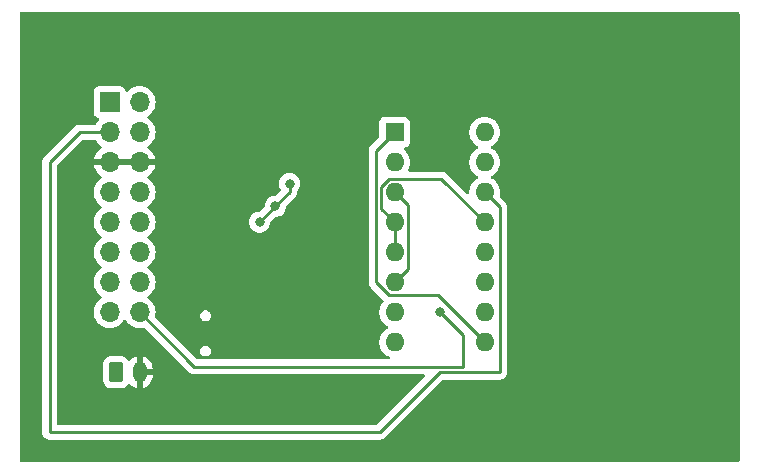
<source format=gbr>
%TF.GenerationSoftware,KiCad,Pcbnew,(7.0.0)*%
%TF.CreationDate,2024-03-24T20:48:37+02:00*%
%TF.ProjectId,p0wer EE3088,70307765-7220-4454-9533-3038382e6b69,rev?*%
%TF.SameCoordinates,Original*%
%TF.FileFunction,Copper,L2,Bot*%
%TF.FilePolarity,Positive*%
%FSLAX46Y46*%
G04 Gerber Fmt 4.6, Leading zero omitted, Abs format (unit mm)*
G04 Created by KiCad (PCBNEW (7.0.0)) date 2024-03-24 20:48:37*
%MOMM*%
%LPD*%
G01*
G04 APERTURE LIST*
G04 Aperture macros list*
%AMRoundRect*
0 Rectangle with rounded corners*
0 $1 Rounding radius*
0 $2 $3 $4 $5 $6 $7 $8 $9 X,Y pos of 4 corners*
0 Add a 4 corners polygon primitive as box body*
4,1,4,$2,$3,$4,$5,$6,$7,$8,$9,$2,$3,0*
0 Add four circle primitives for the rounded corners*
1,1,$1+$1,$2,$3*
1,1,$1+$1,$4,$5*
1,1,$1+$1,$6,$7*
1,1,$1+$1,$8,$9*
0 Add four rect primitives between the rounded corners*
20,1,$1+$1,$2,$3,$4,$5,0*
20,1,$1+$1,$4,$5,$6,$7,0*
20,1,$1+$1,$6,$7,$8,$9,0*
20,1,$1+$1,$8,$9,$2,$3,0*%
G04 Aperture macros list end*
%TA.AperFunction,ComponentPad*%
%ADD10R,1.600000X1.600000*%
%TD*%
%TA.AperFunction,ComponentPad*%
%ADD11O,1.600000X1.600000*%
%TD*%
%TA.AperFunction,ComponentPad*%
%ADD12R,1.700000X1.700000*%
%TD*%
%TA.AperFunction,ComponentPad*%
%ADD13O,1.700000X1.700000*%
%TD*%
%TA.AperFunction,ComponentPad*%
%ADD14RoundRect,0.250000X-0.350000X-0.625000X0.350000X-0.625000X0.350000X0.625000X-0.350000X0.625000X0*%
%TD*%
%TA.AperFunction,ComponentPad*%
%ADD15O,1.200000X1.750000*%
%TD*%
%TA.AperFunction,ViaPad*%
%ADD16C,0.800000*%
%TD*%
%TA.AperFunction,Conductor*%
%ADD17C,0.250000*%
%TD*%
G04 APERTURE END LIST*
D10*
%TO.P,U2,1,EN1\u002C2*%
%TO.N,3V3*%
X133359999Y-60959999D03*
D11*
%TO.P,U2,2,1A*%
%TO.N,/PC6-9_PWM1*%
X133359999Y-63499999D03*
%TO.P,U2,3,1Y*%
%TO.N,/Motor2_A*%
X133359999Y-66039999D03*
%TO.P,U2,4,GND*%
%TO.N,MGND*%
X133359999Y-68579999D03*
%TO.P,U2,5,GND*%
X133359999Y-71119999D03*
%TO.P,U2,6,2Y*%
%TO.N,/Motor2_A*%
X133359999Y-73659999D03*
%TO.P,U2,7,2A*%
%TO.N,/PC6-9_PWM2*%
X133359999Y-76199999D03*
%TO.P,U2,8,VCC2*%
%TO.N,VCC*%
X133359999Y-78739999D03*
%TO.P,U2,9,EN3\u002C4*%
%TO.N,3V3*%
X140979999Y-78739999D03*
%TO.P,U2,10,3A*%
%TO.N,/PC6-9_PWM3*%
X140979999Y-76199999D03*
%TO.P,U2,11,3Y*%
%TO.N,/Motor2_B*%
X140979999Y-73659999D03*
%TO.P,U2,12,GND*%
%TO.N,MGND*%
X140979999Y-71119999D03*
%TO.P,U2,13,GND*%
X140979999Y-68579999D03*
%TO.P,U2,14,4Y*%
%TO.N,/Motor2_B*%
X140979999Y-66039999D03*
%TO.P,U2,15,4A*%
%TO.N,/PC6-9_PWM4*%
X140979999Y-63499999D03*
%TO.P,U2,16,VCC1*%
%TO.N,VCC*%
X140979999Y-60959999D03*
%TD*%
D12*
%TO.P,J2,1,Pin_1*%
%TO.N,/Motor2_A*%
X109219999Y-58419999D03*
D13*
%TO.P,J2,2,Pin_2*%
%TO.N,/PC6-9_PWM1*%
X111759999Y-58419999D03*
%TO.P,J2,3,Pin_3*%
%TO.N,/Motor2_B*%
X109219999Y-60959999D03*
%TO.P,J2,4,Pin_4*%
%TO.N,/PC6-9_PWM2*%
X111759999Y-60959999D03*
%TO.P,J2,5,Pin_5*%
%TO.N,GND*%
X109219999Y-63499999D03*
%TO.P,J2,6,Pin_6*%
X111759999Y-63499999D03*
%TO.P,J2,7,Pin_7*%
%TO.N,/BATT*%
X109219999Y-66039999D03*
%TO.P,J2,8,Pin_8*%
X111759999Y-66039999D03*
%TO.P,J2,9,Pin_9*%
%TO.N,/PD7*%
X109219999Y-68579999D03*
%TO.P,J2,10,Pin_10*%
%TO.N,/BATT_ADC*%
X111759999Y-68579999D03*
%TO.P,J2,11,Pin_11*%
%TO.N,VCC*%
X109219999Y-71119999D03*
%TO.P,J2,12,Pin_12*%
X111759999Y-71119999D03*
%TO.P,J2,13,Pin_13*%
%TO.N,/Motor1_A*%
X109219999Y-73659999D03*
%TO.P,J2,14,Pin_14*%
%TO.N,/PC6-9_PWM3*%
X111759999Y-73659999D03*
%TO.P,J2,15,Pin_15*%
%TO.N,/Motor1_B*%
X109219999Y-76199999D03*
%TO.P,J2,16,Pin_16*%
%TO.N,/PC6-9_PWM4*%
X111759999Y-76199999D03*
%TD*%
D14*
%TO.P,J1,1,Pin_1*%
%TO.N,Net-(J1-Pin_1)*%
X109760000Y-81280000D03*
D15*
%TO.P,J1,2,Pin_2*%
%TO.N,GND*%
X111759999Y-81279999D03*
%TD*%
D16*
%TO.N,/PC6-9_PWM4*%
X137160000Y-76200000D03*
%TO.N,3V3*%
X121920000Y-68580000D03*
X123269800Y-67230200D03*
X124460000Y-65315500D03*
%TD*%
D17*
%TO.N,3V3*%
X131785000Y-62535000D02*
X133360000Y-60960000D01*
X131785000Y-73675991D02*
X131785000Y-62535000D01*
X137025000Y-74785000D02*
X132894009Y-74785000D01*
X132894009Y-74785000D02*
X131785000Y-73675991D01*
X140980000Y-78740000D02*
X137025000Y-74785000D01*
X124460000Y-66040000D02*
X123269800Y-67230200D01*
X124460000Y-65315500D02*
X124460000Y-66040000D01*
%TO.N,/PC6-9_PWM4*%
X139115000Y-78155000D02*
X137160000Y-76200000D01*
X116390000Y-80830000D02*
X139115000Y-80830000D01*
X139115000Y-80830000D02*
X139115000Y-78155000D01*
X111760000Y-76200000D02*
X116390000Y-80830000D01*
%TO.N,3V3*%
X121920000Y-68580000D02*
X123269800Y-67230200D01*
%TO.N,MGND*%
X132235000Y-65574009D02*
X132235000Y-67455000D01*
X132894009Y-64915000D02*
X132235000Y-65574009D01*
X132235000Y-67455000D02*
X133360000Y-68580000D01*
X140980000Y-68580000D02*
X137315000Y-64915000D01*
X137315000Y-64915000D02*
X132894009Y-64915000D01*
X133360000Y-68580000D02*
X133360000Y-71120000D01*
%TO.N,/Motor2_A*%
X134485000Y-72535000D02*
X133360000Y-73660000D01*
X134485000Y-67165000D02*
X134485000Y-72535000D01*
X133360000Y-66040000D02*
X134485000Y-67165000D01*
%TO.N,/Motor2_B*%
X106680000Y-60960000D02*
X109220000Y-60960000D01*
X104140000Y-63500000D02*
X106680000Y-60960000D01*
X104140000Y-86360000D02*
X104140000Y-63500000D01*
X132080000Y-86360000D02*
X104140000Y-86360000D01*
X137160000Y-81280000D02*
X132080000Y-86360000D01*
X142240000Y-67300000D02*
X142240000Y-81280000D01*
X142240000Y-81280000D02*
X137160000Y-81280000D01*
X140980000Y-66040000D02*
X142240000Y-67300000D01*
%TD*%
%TA.AperFunction,Conductor*%
%TO.N,GND*%
G36*
X162497500Y-50817113D02*
G01*
X162542887Y-50862500D01*
X162559500Y-50924500D01*
X162559500Y-88775500D01*
X162542887Y-88837500D01*
X162497500Y-88882887D01*
X162435500Y-88899500D01*
X101724500Y-88899500D01*
X101662500Y-88882887D01*
X101617113Y-88837500D01*
X101600500Y-88775500D01*
X101600500Y-63480196D01*
X103509840Y-63480196D01*
X103510574Y-63487961D01*
X103510574Y-63487964D01*
X103513950Y-63523676D01*
X103514500Y-63535345D01*
X103514500Y-86289151D01*
X103512304Y-86312386D01*
X103512233Y-86312753D01*
X103512232Y-86312760D01*
X103510773Y-86320412D01*
X103511262Y-86328189D01*
X103511262Y-86328195D01*
X103514255Y-86375759D01*
X103514500Y-86383545D01*
X103514500Y-86399350D01*
X103514987Y-86403207D01*
X103514988Y-86403220D01*
X103516481Y-86415037D01*
X103517213Y-86422787D01*
X103520696Y-86478138D01*
X103523105Y-86485553D01*
X103523107Y-86485563D01*
X103523223Y-86485919D01*
X103528308Y-86508666D01*
X103528356Y-86509046D01*
X103528358Y-86509055D01*
X103529336Y-86516792D01*
X103532205Y-86524040D01*
X103532206Y-86524041D01*
X103549753Y-86568360D01*
X103552390Y-86575685D01*
X103567122Y-86621022D01*
X103569533Y-86628441D01*
X103573708Y-86635021D01*
X103573710Y-86635024D01*
X103573910Y-86635338D01*
X103584500Y-86656122D01*
X103584641Y-86656479D01*
X103584644Y-86656485D01*
X103587514Y-86663732D01*
X103620132Y-86708627D01*
X103624498Y-86715053D01*
X103654214Y-86761877D01*
X103659902Y-86767218D01*
X103659907Y-86767224D01*
X103660165Y-86767466D01*
X103675603Y-86784976D01*
X103680406Y-86791587D01*
X103686411Y-86796554D01*
X103686415Y-86796559D01*
X103723146Y-86826946D01*
X103728988Y-86832096D01*
X103769418Y-86870062D01*
X103776586Y-86874002D01*
X103795882Y-86887116D01*
X103802177Y-86892324D01*
X103809236Y-86895646D01*
X103809243Y-86895650D01*
X103852363Y-86915941D01*
X103859303Y-86919477D01*
X103894122Y-86938618D01*
X103907908Y-86946197D01*
X103915811Y-86948226D01*
X103937784Y-86956137D01*
X103938113Y-86956292D01*
X103938118Y-86956293D01*
X103945174Y-86959614D01*
X103999666Y-86970008D01*
X104007263Y-86971707D01*
X104060981Y-86985500D01*
X104069151Y-86985500D01*
X104092386Y-86987696D01*
X104100412Y-86989227D01*
X104155758Y-86985745D01*
X104163545Y-86985500D01*
X132002225Y-86985500D01*
X132013280Y-86986021D01*
X132020667Y-86987673D01*
X132087872Y-86985561D01*
X132091768Y-86985500D01*
X132115448Y-86985500D01*
X132119350Y-86985500D01*
X132123313Y-86984999D01*
X132134963Y-86984080D01*
X132178627Y-86982709D01*
X132197861Y-86977119D01*
X132216917Y-86973174D01*
X132236792Y-86970664D01*
X132277395Y-86954587D01*
X132288450Y-86950802D01*
X132330390Y-86938618D01*
X132347629Y-86928422D01*
X132365103Y-86919862D01*
X132376474Y-86915360D01*
X132376476Y-86915358D01*
X132383732Y-86912486D01*
X132419069Y-86886811D01*
X132428824Y-86880403D01*
X132466420Y-86858170D01*
X132480584Y-86844005D01*
X132495379Y-86831368D01*
X132511587Y-86819594D01*
X132539428Y-86785938D01*
X132547279Y-86777309D01*
X137382771Y-81941819D01*
X137423000Y-81914939D01*
X137470453Y-81905500D01*
X142169151Y-81905500D01*
X142192386Y-81907696D01*
X142200412Y-81909227D01*
X142255758Y-81905745D01*
X142263545Y-81905500D01*
X142275458Y-81905500D01*
X142279350Y-81905500D01*
X142295042Y-81903517D01*
X142302769Y-81902786D01*
X142358138Y-81899304D01*
X142365898Y-81896782D01*
X142388687Y-81891688D01*
X142388805Y-81891672D01*
X142396792Y-81890664D01*
X142404046Y-81887791D01*
X142404049Y-81887791D01*
X142448377Y-81870240D01*
X142455700Y-81867603D01*
X142508441Y-81850467D01*
X142515329Y-81846094D01*
X142536133Y-81835494D01*
X142543732Y-81832486D01*
X142588631Y-81799864D01*
X142595026Y-81795517D01*
X142641877Y-81765786D01*
X142647458Y-81759841D01*
X142664983Y-81744391D01*
X142671587Y-81739594D01*
X142706941Y-81696857D01*
X142712078Y-81691029D01*
X142750062Y-81650582D01*
X142753996Y-81643426D01*
X142767122Y-81624109D01*
X142772324Y-81617823D01*
X142795948Y-81567618D01*
X142799460Y-81560724D01*
X142826197Y-81512092D01*
X142828226Y-81504185D01*
X142836139Y-81482209D01*
X142839614Y-81474826D01*
X142850010Y-81420325D01*
X142851698Y-81412768D01*
X142865500Y-81359019D01*
X142865500Y-81350849D01*
X142867696Y-81327614D01*
X142867766Y-81327246D01*
X142869227Y-81319588D01*
X142865745Y-81264241D01*
X142865500Y-81256455D01*
X142865500Y-67377772D01*
X142866020Y-67366719D01*
X142867672Y-67359333D01*
X142865561Y-67292145D01*
X142865500Y-67288251D01*
X142865500Y-67264545D01*
X142865500Y-67260650D01*
X142864998Y-67256681D01*
X142864080Y-67245024D01*
X142864009Y-67242771D01*
X142862709Y-67201373D01*
X142857120Y-67182140D01*
X142853174Y-67163083D01*
X142851641Y-67150944D01*
X142850664Y-67143208D01*
X142834582Y-67102591D01*
X142830803Y-67091551D01*
X142820795Y-67057102D01*
X142820793Y-67057099D01*
X142818618Y-67049610D01*
X142808417Y-67032360D01*
X142799863Y-67014901D01*
X142792486Y-66996268D01*
X142766808Y-66960925D01*
X142760401Y-66951171D01*
X142742142Y-66920296D01*
X142742141Y-66920294D01*
X142738170Y-66913580D01*
X142724004Y-66899414D01*
X142711370Y-66884622D01*
X142699594Y-66868413D01*
X142693583Y-66863440D01*
X142693581Y-66863438D01*
X142665941Y-66840573D01*
X142657300Y-66832710D01*
X142279413Y-66454822D01*
X142247319Y-66399234D01*
X142247319Y-66335047D01*
X142248390Y-66331052D01*
X142265635Y-66266692D01*
X142285468Y-66040000D01*
X142265635Y-65813308D01*
X142206739Y-65593504D01*
X142110568Y-65387266D01*
X141980047Y-65200861D01*
X141819139Y-65039953D01*
X141686696Y-64947216D01*
X141637173Y-64912540D01*
X141637171Y-64912539D01*
X141632734Y-64909432D01*
X141574724Y-64882381D01*
X141522549Y-64836625D01*
X141503130Y-64770000D01*
X141522549Y-64703375D01*
X141574725Y-64657618D01*
X141632734Y-64630568D01*
X141819139Y-64500047D01*
X141980047Y-64339139D01*
X142110568Y-64152734D01*
X142206739Y-63946496D01*
X142265635Y-63726692D01*
X142285468Y-63500000D01*
X142265635Y-63273308D01*
X142215320Y-63085529D01*
X142208141Y-63058736D01*
X142208140Y-63058734D01*
X142206739Y-63053504D01*
X142110568Y-62847266D01*
X141980047Y-62660861D01*
X141819139Y-62499953D01*
X141632734Y-62369432D01*
X141574724Y-62342381D01*
X141522549Y-62296625D01*
X141503130Y-62230000D01*
X141522549Y-62163375D01*
X141574725Y-62117618D01*
X141632734Y-62090568D01*
X141819139Y-61960047D01*
X141980047Y-61799139D01*
X142110568Y-61612734D01*
X142206739Y-61406496D01*
X142265635Y-61186692D01*
X142285468Y-60960000D01*
X142265635Y-60733308D01*
X142206739Y-60513504D01*
X142110568Y-60307266D01*
X141980047Y-60120861D01*
X141819139Y-59959953D01*
X141632734Y-59829432D01*
X141489864Y-59762810D01*
X141431405Y-59735550D01*
X141431403Y-59735549D01*
X141426496Y-59733261D01*
X141421271Y-59731861D01*
X141421263Y-59731858D01*
X141211916Y-59675764D01*
X141211907Y-59675762D01*
X141206692Y-59674365D01*
X141201304Y-59673893D01*
X141201301Y-59673893D01*
X140985395Y-59655004D01*
X140980000Y-59654532D01*
X140974605Y-59655004D01*
X140758698Y-59673893D01*
X140758693Y-59673893D01*
X140753308Y-59674365D01*
X140748094Y-59675762D01*
X140748083Y-59675764D01*
X140538736Y-59731858D01*
X140538724Y-59731862D01*
X140533504Y-59733261D01*
X140528599Y-59735547D01*
X140528594Y-59735550D01*
X140332176Y-59827142D01*
X140332172Y-59827144D01*
X140327266Y-59829432D01*
X140322833Y-59832535D01*
X140322826Y-59832540D01*
X140145296Y-59956847D01*
X140145291Y-59956850D01*
X140140861Y-59959953D01*
X140137037Y-59963776D01*
X140137031Y-59963782D01*
X139983782Y-60117031D01*
X139983776Y-60117037D01*
X139979953Y-60120861D01*
X139976850Y-60125291D01*
X139976847Y-60125296D01*
X139852540Y-60302826D01*
X139852535Y-60302833D01*
X139849432Y-60307266D01*
X139847144Y-60312172D01*
X139847142Y-60312176D01*
X139755550Y-60508594D01*
X139755547Y-60508599D01*
X139753261Y-60513504D01*
X139751862Y-60518724D01*
X139751858Y-60518736D01*
X139695764Y-60728083D01*
X139695762Y-60728094D01*
X139694365Y-60733308D01*
X139674532Y-60960000D01*
X139694365Y-61186692D01*
X139695762Y-61191907D01*
X139695764Y-61191916D01*
X139751858Y-61401263D01*
X139751861Y-61401271D01*
X139753261Y-61406496D01*
X139849432Y-61612734D01*
X139852539Y-61617171D01*
X139852540Y-61617173D01*
X139870105Y-61642259D01*
X139979953Y-61799139D01*
X140140861Y-61960047D01*
X140327266Y-62090568D01*
X140332172Y-62092855D01*
X140332176Y-62092858D01*
X140385274Y-62117618D01*
X140437450Y-62163375D01*
X140456869Y-62230000D01*
X140437450Y-62296625D01*
X140385274Y-62342382D01*
X140332176Y-62367141D01*
X140332163Y-62367148D01*
X140327266Y-62369432D01*
X140322833Y-62372535D01*
X140322826Y-62372540D01*
X140145296Y-62496847D01*
X140145291Y-62496850D01*
X140140861Y-62499953D01*
X140137037Y-62503776D01*
X140137031Y-62503782D01*
X139983782Y-62657031D01*
X139983776Y-62657037D01*
X139979953Y-62660861D01*
X139976850Y-62665291D01*
X139976847Y-62665296D01*
X139852540Y-62842826D01*
X139852535Y-62842833D01*
X139849432Y-62847266D01*
X139847144Y-62852172D01*
X139847142Y-62852176D01*
X139755550Y-63048594D01*
X139755547Y-63048599D01*
X139753261Y-63053504D01*
X139751862Y-63058724D01*
X139751858Y-63058736D01*
X139695764Y-63268083D01*
X139695762Y-63268094D01*
X139694365Y-63273308D01*
X139674532Y-63500000D01*
X139694365Y-63726692D01*
X139695762Y-63731907D01*
X139695764Y-63731916D01*
X139751858Y-63941263D01*
X139751861Y-63941271D01*
X139753261Y-63946496D01*
X139849432Y-64152734D01*
X139979953Y-64339139D01*
X140140861Y-64500047D01*
X140327266Y-64630568D01*
X140332172Y-64632855D01*
X140332176Y-64632858D01*
X140385274Y-64657618D01*
X140437450Y-64703375D01*
X140456869Y-64770000D01*
X140437450Y-64836625D01*
X140385274Y-64882382D01*
X140332176Y-64907141D01*
X140332163Y-64907148D01*
X140327266Y-64909432D01*
X140322833Y-64912535D01*
X140322826Y-64912540D01*
X140145296Y-65036847D01*
X140145291Y-65036850D01*
X140140861Y-65039953D01*
X140137037Y-65043776D01*
X140137031Y-65043782D01*
X139983782Y-65197031D01*
X139983776Y-65197037D01*
X139979953Y-65200861D01*
X139976850Y-65205291D01*
X139976847Y-65205296D01*
X139852540Y-65382826D01*
X139852535Y-65382833D01*
X139849432Y-65387266D01*
X139847144Y-65392172D01*
X139847142Y-65392176D01*
X139755550Y-65588594D01*
X139755547Y-65588599D01*
X139753261Y-65593504D01*
X139751862Y-65598724D01*
X139751858Y-65598736D01*
X139695764Y-65808083D01*
X139695762Y-65808094D01*
X139694365Y-65813308D01*
X139693893Y-65818693D01*
X139693893Y-65818698D01*
X139687198Y-65895228D01*
X139674532Y-66040000D01*
X139675004Y-66045395D01*
X139675004Y-66045397D01*
X139678390Y-66084104D01*
X139669004Y-66143362D01*
X139632897Y-66191277D01*
X139578522Y-66216632D01*
X139518608Y-66213492D01*
X139467181Y-66182591D01*
X138691626Y-65407036D01*
X137812286Y-64527695D01*
X137804842Y-64519514D01*
X137800786Y-64513123D01*
X137751775Y-64467098D01*
X137748978Y-64464387D01*
X137732227Y-64447636D01*
X137729471Y-64444880D01*
X137726290Y-64442412D01*
X137717414Y-64434830D01*
X137691269Y-64410278D01*
X137691267Y-64410276D01*
X137685582Y-64404938D01*
X137678749Y-64401182D01*
X137678743Y-64401177D01*
X137668025Y-64395285D01*
X137651766Y-64384606D01*
X137642095Y-64377104D01*
X137642092Y-64377102D01*
X137635936Y-64372327D01*
X137628779Y-64369229D01*
X137628776Y-64369228D01*
X137595849Y-64354978D01*
X137585363Y-64349841D01*
X137553932Y-64332562D01*
X137553923Y-64332558D01*
X137547092Y-64328803D01*
X137539535Y-64326862D01*
X137539531Y-64326861D01*
X137527688Y-64323820D01*
X137509284Y-64317519D01*
X137498057Y-64312660D01*
X137498050Y-64312658D01*
X137490896Y-64309562D01*
X137483192Y-64308341D01*
X137483190Y-64308341D01*
X137447759Y-64302729D01*
X137436324Y-64300361D01*
X137401571Y-64291438D01*
X137401563Y-64291437D01*
X137394019Y-64289500D01*
X137386223Y-64289500D01*
X137373983Y-64289500D01*
X137354597Y-64287974D01*
X137334804Y-64284840D01*
X137327038Y-64285574D01*
X137327035Y-64285574D01*
X137291324Y-64288950D01*
X137279655Y-64289500D01*
X134621434Y-64289500D01*
X134561791Y-64274214D01*
X134516853Y-64232125D01*
X134497699Y-64173610D01*
X134509052Y-64113095D01*
X134576526Y-63968397D01*
X134586739Y-63946496D01*
X134645635Y-63726692D01*
X134665468Y-63500000D01*
X134645635Y-63273308D01*
X134595320Y-63085529D01*
X134588141Y-63058736D01*
X134588140Y-63058734D01*
X134586739Y-63053504D01*
X134490568Y-62847266D01*
X134360047Y-62660861D01*
X134199139Y-62499953D01*
X134174535Y-62482725D01*
X134135398Y-62437883D01*
X134121665Y-62379969D01*
X134136499Y-62322328D01*
X134176485Y-62278239D01*
X134232406Y-62257861D01*
X134267483Y-62254091D01*
X134402331Y-62203796D01*
X134517546Y-62117546D01*
X134603796Y-62002331D01*
X134654091Y-61867483D01*
X134660500Y-61807873D01*
X134660499Y-60112128D01*
X134654091Y-60052517D01*
X134603796Y-59917669D01*
X134517546Y-59802454D01*
X134443812Y-59747257D01*
X134409431Y-59721519D01*
X134409430Y-59721518D01*
X134402331Y-59716204D01*
X134290155Y-59674365D01*
X134274752Y-59668620D01*
X134274750Y-59668619D01*
X134267483Y-59665909D01*
X134259770Y-59665079D01*
X134259767Y-59665079D01*
X134211180Y-59659855D01*
X134211169Y-59659854D01*
X134207873Y-59659500D01*
X134204550Y-59659500D01*
X132515439Y-59659500D01*
X132515420Y-59659500D01*
X132512128Y-59659501D01*
X132508850Y-59659853D01*
X132508838Y-59659854D01*
X132460231Y-59665079D01*
X132460225Y-59665080D01*
X132452517Y-59665909D01*
X132445252Y-59668618D01*
X132445246Y-59668620D01*
X132325980Y-59713104D01*
X132325978Y-59713104D01*
X132317669Y-59716204D01*
X132310572Y-59721516D01*
X132310568Y-59721519D01*
X132209550Y-59797141D01*
X132209546Y-59797144D01*
X132202454Y-59802454D01*
X132197144Y-59809546D01*
X132197141Y-59809550D01*
X132121519Y-59910568D01*
X132121516Y-59910572D01*
X132116204Y-59917669D01*
X132113104Y-59925978D01*
X132113104Y-59925980D01*
X132068620Y-60045247D01*
X132068619Y-60045250D01*
X132065909Y-60052517D01*
X132065079Y-60060227D01*
X132065079Y-60060232D01*
X132059855Y-60108819D01*
X132059854Y-60108831D01*
X132059500Y-60112127D01*
X132059500Y-60115449D01*
X132059500Y-61324546D01*
X132050061Y-61371999D01*
X132023181Y-61412227D01*
X131397696Y-62037711D01*
X131389511Y-62045159D01*
X131383123Y-62049214D01*
X131377788Y-62054894D01*
X131377783Y-62054899D01*
X131337096Y-62098225D01*
X131334392Y-62101016D01*
X131317628Y-62117780D01*
X131317621Y-62117787D01*
X131314880Y-62120529D01*
X131312500Y-62123596D01*
X131312489Y-62123609D01*
X131312400Y-62123725D01*
X131304842Y-62132570D01*
X131280280Y-62158727D01*
X131280273Y-62158736D01*
X131274938Y-62164418D01*
X131271182Y-62171249D01*
X131271179Y-62171254D01*
X131265285Y-62181975D01*
X131254609Y-62198227D01*
X131247109Y-62207896D01*
X131247101Y-62207907D01*
X131242327Y-62214064D01*
X131239234Y-62221208D01*
X131239229Y-62221219D01*
X131224974Y-62254160D01*
X131219838Y-62264643D01*
X131202560Y-62296073D01*
X131198803Y-62302908D01*
X131196864Y-62310456D01*
X131196863Y-62310461D01*
X131193822Y-62322307D01*
X131187521Y-62340711D01*
X131182658Y-62351948D01*
X131182656Y-62351952D01*
X131179562Y-62359104D01*
X131178342Y-62366803D01*
X131178342Y-62366805D01*
X131172729Y-62402241D01*
X131170361Y-62413676D01*
X131161438Y-62448428D01*
X131161436Y-62448436D01*
X131159500Y-62455981D01*
X131159500Y-62463777D01*
X131159500Y-62476017D01*
X131157974Y-62495402D01*
X131154840Y-62515196D01*
X131155574Y-62522961D01*
X131155574Y-62522964D01*
X131158950Y-62558676D01*
X131159500Y-62570345D01*
X131159500Y-73598216D01*
X131158978Y-73609271D01*
X131157327Y-73616658D01*
X131157571Y-73624444D01*
X131157571Y-73624452D01*
X131159439Y-73683864D01*
X131159500Y-73687759D01*
X131159500Y-73715341D01*
X131159988Y-73719210D01*
X131159989Y-73719216D01*
X131160004Y-73719334D01*
X131160918Y-73730957D01*
X131162045Y-73766821D01*
X131162046Y-73766828D01*
X131162291Y-73774618D01*
X131164467Y-73782110D01*
X131164468Y-73782112D01*
X131167879Y-73793853D01*
X131171825Y-73812906D01*
X131174336Y-73832783D01*
X131177206Y-73840033D01*
X131177208Y-73840039D01*
X131190414Y-73873395D01*
X131194197Y-73884442D01*
X131206382Y-73926381D01*
X131210353Y-73933096D01*
X131210354Y-73933098D01*
X131216581Y-73943628D01*
X131225136Y-73961090D01*
X131229642Y-73972471D01*
X131229643Y-73972474D01*
X131232514Y-73979723D01*
X131249721Y-74003406D01*
X131258181Y-74015051D01*
X131264593Y-74024813D01*
X131282856Y-74055693D01*
X131282859Y-74055698D01*
X131286830Y-74062411D01*
X131292344Y-74067925D01*
X131292345Y-74067926D01*
X131300990Y-74076571D01*
X131313626Y-74091365D01*
X131320819Y-74101266D01*
X131320823Y-74101270D01*
X131325406Y-74107578D01*
X131331415Y-74112549D01*
X131331416Y-74112550D01*
X131359058Y-74135417D01*
X131367699Y-74143280D01*
X132384934Y-75160515D01*
X132417027Y-75216101D01*
X132417029Y-75280286D01*
X132384938Y-75335874D01*
X132363782Y-75357031D01*
X132363776Y-75357037D01*
X132359953Y-75360861D01*
X132356851Y-75365290D01*
X132356846Y-75365297D01*
X132232540Y-75542826D01*
X132232535Y-75542833D01*
X132229432Y-75547266D01*
X132227144Y-75552172D01*
X132227142Y-75552176D01*
X132135550Y-75748594D01*
X132135547Y-75748599D01*
X132133261Y-75753504D01*
X132131862Y-75758724D01*
X132131858Y-75758736D01*
X132075764Y-75968083D01*
X132075762Y-75968094D01*
X132074365Y-75973308D01*
X132073893Y-75978693D01*
X132073893Y-75978698D01*
X132058881Y-76150291D01*
X132054532Y-76200000D01*
X132055004Y-76205395D01*
X132069710Y-76373492D01*
X132074365Y-76426692D01*
X132075762Y-76431907D01*
X132075764Y-76431916D01*
X132131858Y-76641263D01*
X132131861Y-76641271D01*
X132133261Y-76646496D01*
X132229432Y-76852734D01*
X132359953Y-77039139D01*
X132520861Y-77200047D01*
X132707266Y-77330568D01*
X132712172Y-77332855D01*
X132712176Y-77332858D01*
X132765274Y-77357618D01*
X132817450Y-77403375D01*
X132836869Y-77470000D01*
X132817450Y-77536625D01*
X132765274Y-77582382D01*
X132712176Y-77607141D01*
X132712163Y-77607148D01*
X132707266Y-77609432D01*
X132702833Y-77612535D01*
X132702826Y-77612540D01*
X132525296Y-77736847D01*
X132525291Y-77736850D01*
X132520861Y-77739953D01*
X132517037Y-77743776D01*
X132517031Y-77743782D01*
X132363782Y-77897031D01*
X132363776Y-77897037D01*
X132359953Y-77900861D01*
X132356850Y-77905291D01*
X132356847Y-77905296D01*
X132232540Y-78082826D01*
X132232535Y-78082833D01*
X132229432Y-78087266D01*
X132227144Y-78092172D01*
X132227142Y-78092176D01*
X132135550Y-78288594D01*
X132135547Y-78288599D01*
X132133261Y-78293504D01*
X132131862Y-78298724D01*
X132131858Y-78298736D01*
X132075764Y-78508083D01*
X132075762Y-78508094D01*
X132074365Y-78513308D01*
X132054532Y-78740000D01*
X132074365Y-78966692D01*
X132075762Y-78971907D01*
X132075764Y-78971916D01*
X132131858Y-79181263D01*
X132131861Y-79181271D01*
X132133261Y-79186496D01*
X132229432Y-79392734D01*
X132232539Y-79397171D01*
X132232540Y-79397173D01*
X132316600Y-79517224D01*
X132359953Y-79579139D01*
X132520861Y-79740047D01*
X132707266Y-79870568D01*
X132857235Y-79940500D01*
X132913504Y-79966739D01*
X132912895Y-79968044D01*
X132962600Y-80004156D01*
X132988209Y-80067537D01*
X132976339Y-80134857D01*
X132930598Y-80185658D01*
X132864888Y-80204500D01*
X116700452Y-80204500D01*
X116652999Y-80195061D01*
X116612771Y-80168181D01*
X115934590Y-79490000D01*
X116882867Y-79490000D01*
X116884129Y-79498777D01*
X116900040Y-79609446D01*
X116900041Y-79609450D01*
X116901303Y-79618226D01*
X116904987Y-79626294D01*
X116904988Y-79626295D01*
X116951434Y-79727998D01*
X116951436Y-79728002D01*
X116955118Y-79736063D01*
X116960920Y-79742759D01*
X116960922Y-79742762D01*
X117024638Y-79816294D01*
X117039951Y-79833967D01*
X117148931Y-79904004D01*
X117273228Y-79940500D01*
X117393901Y-79940500D01*
X117402772Y-79940500D01*
X117527069Y-79904004D01*
X117636049Y-79833967D01*
X117720882Y-79736063D01*
X117774697Y-79618226D01*
X117793133Y-79490000D01*
X117774697Y-79361774D01*
X117720882Y-79243937D01*
X117675363Y-79191405D01*
X117641856Y-79152735D01*
X117636049Y-79146033D01*
X117628589Y-79141238D01*
X117628587Y-79141237D01*
X117581559Y-79111014D01*
X117527069Y-79075996D01*
X117518555Y-79073496D01*
X117411284Y-79041999D01*
X117411282Y-79041998D01*
X117402772Y-79039500D01*
X117273228Y-79039500D01*
X117264718Y-79041998D01*
X117264715Y-79041999D01*
X117157444Y-79073496D01*
X117157441Y-79073497D01*
X117148931Y-79075996D01*
X117141468Y-79080791D01*
X117141468Y-79080792D01*
X117047412Y-79141237D01*
X117047406Y-79141241D01*
X117039951Y-79146033D01*
X117034146Y-79152732D01*
X117034143Y-79152735D01*
X116960922Y-79237237D01*
X116960917Y-79237243D01*
X116955118Y-79243937D01*
X116951438Y-79251994D01*
X116951434Y-79252001D01*
X116904988Y-79353704D01*
X116901303Y-79361774D01*
X116900041Y-79370547D01*
X116900040Y-79370553D01*
X116896213Y-79397173D01*
X116882867Y-79490000D01*
X115934590Y-79490000D01*
X113100237Y-76655646D01*
X113068143Y-76600058D01*
X113068143Y-76535876D01*
X113080435Y-76490000D01*
X116882867Y-76490000D01*
X116884129Y-76498777D01*
X116900040Y-76609446D01*
X116900041Y-76609450D01*
X116901303Y-76618226D01*
X116904987Y-76626294D01*
X116904988Y-76626295D01*
X116951434Y-76727998D01*
X116951436Y-76728002D01*
X116955118Y-76736063D01*
X116960920Y-76742759D01*
X116960922Y-76742762D01*
X117024638Y-76816294D01*
X117039951Y-76833967D01*
X117148931Y-76904004D01*
X117273228Y-76940500D01*
X117393901Y-76940500D01*
X117402772Y-76940500D01*
X117527069Y-76904004D01*
X117636049Y-76833967D01*
X117720882Y-76736063D01*
X117774697Y-76618226D01*
X117793133Y-76490000D01*
X117774697Y-76361774D01*
X117720882Y-76243937D01*
X117688408Y-76206460D01*
X117641856Y-76152735D01*
X117636049Y-76146033D01*
X117628589Y-76141238D01*
X117628587Y-76141237D01*
X117581559Y-76111014D01*
X117527069Y-76075996D01*
X117518555Y-76073496D01*
X117411284Y-76041999D01*
X117411282Y-76041998D01*
X117402772Y-76039500D01*
X117273228Y-76039500D01*
X117264718Y-76041998D01*
X117264715Y-76041999D01*
X117157444Y-76073496D01*
X117157441Y-76073497D01*
X117148931Y-76075996D01*
X117141468Y-76080791D01*
X117141468Y-76080792D01*
X117047412Y-76141237D01*
X117047406Y-76141241D01*
X117039951Y-76146033D01*
X117034146Y-76152732D01*
X117034143Y-76152735D01*
X116960922Y-76237237D01*
X116960917Y-76237243D01*
X116955118Y-76243937D01*
X116951438Y-76251994D01*
X116951434Y-76252001D01*
X116904988Y-76353704D01*
X116901303Y-76361774D01*
X116900041Y-76370547D01*
X116900040Y-76370553D01*
X116885369Y-76472593D01*
X116882867Y-76490000D01*
X113080435Y-76490000D01*
X113095063Y-76435408D01*
X113115659Y-76200000D01*
X113095063Y-75964592D01*
X113033903Y-75736337D01*
X112934035Y-75522171D01*
X112798495Y-75328599D01*
X112631401Y-75161505D01*
X112626968Y-75158401D01*
X112626961Y-75158395D01*
X112445842Y-75031575D01*
X112406976Y-74987257D01*
X112392965Y-74930000D01*
X112406976Y-74872743D01*
X112445842Y-74828425D01*
X112626961Y-74701604D01*
X112626961Y-74701603D01*
X112631401Y-74698495D01*
X112798495Y-74531401D01*
X112934035Y-74337830D01*
X113033903Y-74123663D01*
X113095063Y-73895408D01*
X113115659Y-73660000D01*
X113095063Y-73424592D01*
X113033903Y-73196337D01*
X112934035Y-72982171D01*
X112798495Y-72788599D01*
X112631401Y-72621505D01*
X112626968Y-72618401D01*
X112626961Y-72618395D01*
X112445842Y-72491575D01*
X112406976Y-72447257D01*
X112392965Y-72390000D01*
X112406976Y-72332743D01*
X112445842Y-72288425D01*
X112626961Y-72161604D01*
X112626961Y-72161603D01*
X112631401Y-72158495D01*
X112798495Y-71991401D01*
X112934035Y-71797830D01*
X113033903Y-71583663D01*
X113095063Y-71355408D01*
X113115659Y-71120000D01*
X113095063Y-70884592D01*
X113033903Y-70656337D01*
X112934035Y-70442171D01*
X112798495Y-70248599D01*
X112631401Y-70081505D01*
X112626968Y-70078401D01*
X112626961Y-70078395D01*
X112445842Y-69951575D01*
X112406976Y-69907257D01*
X112392965Y-69850000D01*
X112406976Y-69792743D01*
X112445842Y-69748425D01*
X112626961Y-69621604D01*
X112626961Y-69621603D01*
X112631401Y-69618495D01*
X112798495Y-69451401D01*
X112934035Y-69257830D01*
X113033903Y-69043663D01*
X113095063Y-68815408D01*
X113115659Y-68580000D01*
X121014540Y-68580000D01*
X121015219Y-68586460D01*
X121033646Y-68761795D01*
X121033647Y-68761803D01*
X121034326Y-68768256D01*
X121036331Y-68774428D01*
X121036333Y-68774435D01*
X121090813Y-68942105D01*
X121092821Y-68948284D01*
X121096068Y-68953908D01*
X121096069Y-68953910D01*
X121144866Y-69038430D01*
X121187467Y-69112216D01*
X121314129Y-69252888D01*
X121467270Y-69364151D01*
X121640197Y-69441144D01*
X121825354Y-69480500D01*
X122008143Y-69480500D01*
X122014646Y-69480500D01*
X122199803Y-69441144D01*
X122372730Y-69364151D01*
X122525871Y-69252888D01*
X122652533Y-69112216D01*
X122747179Y-68948284D01*
X122805674Y-68768256D01*
X122823321Y-68600345D01*
X122834721Y-68559926D01*
X122858958Y-68525631D01*
X123217571Y-68167019D01*
X123257800Y-68140139D01*
X123305253Y-68130700D01*
X123357943Y-68130700D01*
X123364446Y-68130700D01*
X123549603Y-68091344D01*
X123722530Y-68014351D01*
X123875671Y-67903088D01*
X124002333Y-67762416D01*
X124096979Y-67598484D01*
X124155474Y-67418456D01*
X124173121Y-67250545D01*
X124184521Y-67210126D01*
X124208758Y-67175831D01*
X124847311Y-66537278D01*
X124855481Y-66529844D01*
X124861877Y-66525786D01*
X124907918Y-66476756D01*
X124910535Y-66474054D01*
X124930120Y-66454471D01*
X124932585Y-66451292D01*
X124940167Y-66442416D01*
X124970062Y-66410582D01*
X124979713Y-66393023D01*
X124990390Y-66376770D01*
X125002673Y-66360936D01*
X125020026Y-66320832D01*
X125025158Y-66310361D01*
X125042435Y-66278935D01*
X125042435Y-66278934D01*
X125046197Y-66272092D01*
X125051177Y-66252691D01*
X125057481Y-66234281D01*
X125065438Y-66215896D01*
X125072272Y-66172741D01*
X125074638Y-66161321D01*
X125079250Y-66143362D01*
X125085500Y-66119019D01*
X125085500Y-66098983D01*
X125087025Y-66079597D01*
X125090160Y-66059804D01*
X125086865Y-66024949D01*
X125092586Y-65974346D01*
X125118164Y-65930310D01*
X125192533Y-65847716D01*
X125287179Y-65683784D01*
X125345674Y-65503756D01*
X125365460Y-65315500D01*
X125350487Y-65173034D01*
X125346353Y-65133704D01*
X125346352Y-65133703D01*
X125345674Y-65127244D01*
X125287179Y-64947216D01*
X125192533Y-64783284D01*
X125180297Y-64769695D01*
X125070220Y-64647442D01*
X125070219Y-64647441D01*
X125065871Y-64642612D01*
X125060613Y-64638792D01*
X125060611Y-64638790D01*
X124917988Y-64535169D01*
X124917987Y-64535168D01*
X124912730Y-64531349D01*
X124906792Y-64528705D01*
X124745745Y-64457001D01*
X124745740Y-64456999D01*
X124739803Y-64454356D01*
X124733444Y-64453004D01*
X124733440Y-64453003D01*
X124561008Y-64416352D01*
X124561005Y-64416351D01*
X124554646Y-64415000D01*
X124365354Y-64415000D01*
X124358995Y-64416351D01*
X124358991Y-64416352D01*
X124186559Y-64453003D01*
X124186552Y-64453005D01*
X124180197Y-64454356D01*
X124174262Y-64456998D01*
X124174254Y-64457001D01*
X124013207Y-64528705D01*
X124013202Y-64528707D01*
X124007270Y-64531349D01*
X124002016Y-64535165D01*
X124002011Y-64535169D01*
X123859388Y-64638790D01*
X123859381Y-64638795D01*
X123854129Y-64642612D01*
X123849784Y-64647437D01*
X123849779Y-64647442D01*
X123731813Y-64778456D01*
X123731808Y-64778462D01*
X123727467Y-64783284D01*
X123724222Y-64788904D01*
X123724218Y-64788910D01*
X123636069Y-64941589D01*
X123636066Y-64941594D01*
X123632821Y-64947216D01*
X123630815Y-64953388D01*
X123630813Y-64953394D01*
X123576333Y-65121064D01*
X123576331Y-65121073D01*
X123574326Y-65127244D01*
X123573648Y-65133694D01*
X123573646Y-65133704D01*
X123555962Y-65301964D01*
X123554540Y-65315500D01*
X123555219Y-65321960D01*
X123573646Y-65497295D01*
X123573647Y-65497303D01*
X123574326Y-65503756D01*
X123576331Y-65509928D01*
X123576333Y-65509935D01*
X123602028Y-65589014D01*
X123632821Y-65683784D01*
X123636068Y-65689408D01*
X123636069Y-65689410D01*
X123694616Y-65790817D01*
X123710757Y-65842010D01*
X123703751Y-65895228D01*
X123674910Y-65940498D01*
X123322028Y-66293381D01*
X123281800Y-66320261D01*
X123234347Y-66329700D01*
X123175154Y-66329700D01*
X123168795Y-66331051D01*
X123168791Y-66331052D01*
X122996359Y-66367703D01*
X122996352Y-66367705D01*
X122989997Y-66369056D01*
X122984062Y-66371698D01*
X122984054Y-66371701D01*
X122823007Y-66443405D01*
X122823002Y-66443407D01*
X122817070Y-66446049D01*
X122811816Y-66449865D01*
X122811811Y-66449869D01*
X122669188Y-66553490D01*
X122669181Y-66553495D01*
X122663929Y-66557312D01*
X122659584Y-66562137D01*
X122659579Y-66562142D01*
X122541613Y-66693156D01*
X122541608Y-66693162D01*
X122537267Y-66697984D01*
X122534022Y-66703604D01*
X122534018Y-66703610D01*
X122445869Y-66856289D01*
X122445866Y-66856294D01*
X122442621Y-66861916D01*
X122440615Y-66868088D01*
X122440613Y-66868094D01*
X122386133Y-67035764D01*
X122386131Y-67035773D01*
X122384126Y-67041944D01*
X122383447Y-67048403D01*
X122383447Y-67048404D01*
X122366478Y-67209850D01*
X122355078Y-67250271D01*
X122330838Y-67284569D01*
X121972228Y-67643181D01*
X121932000Y-67670061D01*
X121884547Y-67679500D01*
X121825354Y-67679500D01*
X121818995Y-67680851D01*
X121818991Y-67680852D01*
X121646559Y-67717503D01*
X121646552Y-67717505D01*
X121640197Y-67718856D01*
X121634262Y-67721498D01*
X121634254Y-67721501D01*
X121473207Y-67793205D01*
X121473202Y-67793207D01*
X121467270Y-67795849D01*
X121462016Y-67799665D01*
X121462011Y-67799669D01*
X121319388Y-67903290D01*
X121319381Y-67903295D01*
X121314129Y-67907112D01*
X121309784Y-67911937D01*
X121309779Y-67911942D01*
X121191813Y-68042956D01*
X121191808Y-68042962D01*
X121187467Y-68047784D01*
X121184222Y-68053404D01*
X121184218Y-68053410D01*
X121096069Y-68206089D01*
X121096066Y-68206094D01*
X121092821Y-68211716D01*
X121090815Y-68217888D01*
X121090813Y-68217894D01*
X121036333Y-68385564D01*
X121036331Y-68385573D01*
X121034326Y-68391744D01*
X121033648Y-68398194D01*
X121033646Y-68398204D01*
X121016650Y-68559926D01*
X121014540Y-68580000D01*
X113115659Y-68580000D01*
X113095063Y-68344592D01*
X113033903Y-68116337D01*
X112934035Y-67902171D01*
X112798495Y-67708599D01*
X112631401Y-67541505D01*
X112626968Y-67538401D01*
X112626961Y-67538395D01*
X112445842Y-67411575D01*
X112406976Y-67367257D01*
X112392965Y-67310000D01*
X112406976Y-67252743D01*
X112445842Y-67208425D01*
X112626961Y-67081604D01*
X112626961Y-67081603D01*
X112631401Y-67078495D01*
X112798495Y-66911401D01*
X112934035Y-66717830D01*
X113033903Y-66503663D01*
X113095063Y-66275408D01*
X113115659Y-66040000D01*
X113095063Y-65804592D01*
X113033903Y-65576337D01*
X112934035Y-65362171D01*
X112798495Y-65168599D01*
X112631401Y-65001505D01*
X112626970Y-64998402D01*
X112626966Y-64998399D01*
X112445405Y-64871269D01*
X112406540Y-64826951D01*
X112392529Y-64769694D01*
X112406540Y-64712437D01*
X112445406Y-64668119D01*
X112626638Y-64541219D01*
X112634909Y-64534278D01*
X112794278Y-64374909D01*
X112801215Y-64366643D01*
X112930498Y-64182008D01*
X112935886Y-64172676D01*
X113031143Y-63968397D01*
X113034831Y-63958263D01*
X113086943Y-63763780D01*
X113087311Y-63752551D01*
X113076369Y-63750000D01*
X107903631Y-63750000D01*
X107892688Y-63752551D01*
X107893056Y-63763780D01*
X107945168Y-63958263D01*
X107948856Y-63968397D01*
X108044113Y-64172676D01*
X108049501Y-64182008D01*
X108178784Y-64366643D01*
X108185721Y-64374909D01*
X108345090Y-64534278D01*
X108353356Y-64541215D01*
X108534595Y-64668120D01*
X108573460Y-64712438D01*
X108587471Y-64769695D01*
X108573460Y-64826952D01*
X108534594Y-64871270D01*
X108353034Y-64998399D01*
X108353029Y-64998402D01*
X108348599Y-65001505D01*
X108344775Y-65005328D01*
X108344769Y-65005334D01*
X108185334Y-65164769D01*
X108185328Y-65164775D01*
X108181505Y-65168599D01*
X108178402Y-65173029D01*
X108178399Y-65173034D01*
X108049073Y-65357731D01*
X108049068Y-65357738D01*
X108045965Y-65362171D01*
X108043677Y-65367077D01*
X108043675Y-65367081D01*
X107948386Y-65571427D01*
X107948383Y-65571432D01*
X107946097Y-65576337D01*
X107944698Y-65581557D01*
X107944694Y-65581569D01*
X107886337Y-65799365D01*
X107886335Y-65799371D01*
X107884937Y-65804592D01*
X107884465Y-65809977D01*
X107884465Y-65809982D01*
X107879312Y-65868883D01*
X107864341Y-66040000D01*
X107864813Y-66045395D01*
X107883985Y-66264535D01*
X107884937Y-66275408D01*
X107886336Y-66280630D01*
X107886337Y-66280634D01*
X107944694Y-66498430D01*
X107944697Y-66498438D01*
X107946097Y-66503663D01*
X107948385Y-66508570D01*
X107948386Y-66508572D01*
X108043678Y-66712927D01*
X108043681Y-66712933D01*
X108045965Y-66717830D01*
X108049064Y-66722257D01*
X108049066Y-66722259D01*
X108178399Y-66906966D01*
X108178402Y-66906970D01*
X108181505Y-66911401D01*
X108348599Y-67078495D01*
X108353032Y-67081599D01*
X108353038Y-67081604D01*
X108534158Y-67208425D01*
X108573024Y-67252743D01*
X108587035Y-67310000D01*
X108573024Y-67367257D01*
X108534159Y-67411575D01*
X108353041Y-67538395D01*
X108348599Y-67541505D01*
X108344775Y-67545328D01*
X108344769Y-67545334D01*
X108185334Y-67704769D01*
X108185328Y-67704775D01*
X108181505Y-67708599D01*
X108178402Y-67713029D01*
X108178399Y-67713034D01*
X108049073Y-67897731D01*
X108049068Y-67897738D01*
X108045965Y-67902171D01*
X108043677Y-67907077D01*
X108043675Y-67907081D01*
X107948386Y-68111427D01*
X107948383Y-68111432D01*
X107946097Y-68116337D01*
X107944698Y-68121557D01*
X107944694Y-68121569D01*
X107886337Y-68339365D01*
X107886335Y-68339371D01*
X107884937Y-68344592D01*
X107884465Y-68349977D01*
X107884465Y-68349982D01*
X107880246Y-68398204D01*
X107864341Y-68580000D01*
X107864813Y-68585395D01*
X107883702Y-68801301D01*
X107884937Y-68815408D01*
X107886336Y-68820630D01*
X107886337Y-68820634D01*
X107944694Y-69038430D01*
X107944697Y-69038438D01*
X107946097Y-69043663D01*
X107948385Y-69048570D01*
X107948386Y-69048572D01*
X108043678Y-69252927D01*
X108043681Y-69252933D01*
X108045965Y-69257830D01*
X108049064Y-69262257D01*
X108049066Y-69262259D01*
X108178399Y-69446966D01*
X108178402Y-69446970D01*
X108181505Y-69451401D01*
X108348599Y-69618495D01*
X108353032Y-69621599D01*
X108353038Y-69621604D01*
X108534158Y-69748425D01*
X108573024Y-69792743D01*
X108587035Y-69850000D01*
X108573024Y-69907257D01*
X108534159Y-69951575D01*
X108353041Y-70078395D01*
X108348599Y-70081505D01*
X108344775Y-70085328D01*
X108344769Y-70085334D01*
X108185334Y-70244769D01*
X108185328Y-70244775D01*
X108181505Y-70248599D01*
X108178402Y-70253029D01*
X108178399Y-70253034D01*
X108049073Y-70437731D01*
X108049068Y-70437738D01*
X108045965Y-70442171D01*
X108043677Y-70447077D01*
X108043675Y-70447081D01*
X107948386Y-70651427D01*
X107948383Y-70651432D01*
X107946097Y-70656337D01*
X107944698Y-70661557D01*
X107944694Y-70661569D01*
X107886337Y-70879365D01*
X107886335Y-70879371D01*
X107884937Y-70884592D01*
X107884465Y-70889977D01*
X107884465Y-70889982D01*
X107864813Y-71114605D01*
X107864341Y-71120000D01*
X107864813Y-71125395D01*
X107883702Y-71341301D01*
X107884937Y-71355408D01*
X107886336Y-71360630D01*
X107886337Y-71360634D01*
X107944694Y-71578430D01*
X107944697Y-71578438D01*
X107946097Y-71583663D01*
X107948385Y-71588570D01*
X107948386Y-71588572D01*
X108043678Y-71792927D01*
X108043681Y-71792933D01*
X108045965Y-71797830D01*
X108049064Y-71802257D01*
X108049066Y-71802259D01*
X108178399Y-71986966D01*
X108178402Y-71986970D01*
X108181505Y-71991401D01*
X108348599Y-72158495D01*
X108353032Y-72161599D01*
X108353038Y-72161604D01*
X108534158Y-72288425D01*
X108573024Y-72332743D01*
X108587035Y-72390000D01*
X108573024Y-72447257D01*
X108534159Y-72491575D01*
X108353041Y-72618395D01*
X108348599Y-72621505D01*
X108344775Y-72625328D01*
X108344769Y-72625334D01*
X108185334Y-72784769D01*
X108185328Y-72784775D01*
X108181505Y-72788599D01*
X108178402Y-72793029D01*
X108178399Y-72793034D01*
X108049073Y-72977731D01*
X108049068Y-72977738D01*
X108045965Y-72982171D01*
X108043677Y-72987077D01*
X108043675Y-72987081D01*
X107948386Y-73191427D01*
X107948383Y-73191432D01*
X107946097Y-73196337D01*
X107944698Y-73201557D01*
X107944694Y-73201569D01*
X107886337Y-73419365D01*
X107886335Y-73419371D01*
X107884937Y-73424592D01*
X107884465Y-73429977D01*
X107884465Y-73429982D01*
X107868725Y-73609888D01*
X107864341Y-73660000D01*
X107864813Y-73665395D01*
X107883977Y-73884442D01*
X107884937Y-73895408D01*
X107886336Y-73900630D01*
X107886337Y-73900634D01*
X107944694Y-74118430D01*
X107944697Y-74118438D01*
X107946097Y-74123663D01*
X107948385Y-74128570D01*
X107948386Y-74128572D01*
X108043678Y-74332927D01*
X108043681Y-74332933D01*
X108045965Y-74337830D01*
X108049064Y-74342257D01*
X108049066Y-74342259D01*
X108178399Y-74526966D01*
X108178402Y-74526970D01*
X108181505Y-74531401D01*
X108348599Y-74698495D01*
X108353032Y-74701599D01*
X108353038Y-74701604D01*
X108534158Y-74828425D01*
X108573024Y-74872743D01*
X108587035Y-74930000D01*
X108573024Y-74987257D01*
X108534159Y-75031575D01*
X108353041Y-75158395D01*
X108348599Y-75161505D01*
X108344775Y-75165328D01*
X108344769Y-75165334D01*
X108185334Y-75324769D01*
X108185328Y-75324775D01*
X108181505Y-75328599D01*
X108178402Y-75333029D01*
X108178399Y-75333034D01*
X108049073Y-75517731D01*
X108049068Y-75517738D01*
X108045965Y-75522171D01*
X108043677Y-75527077D01*
X108043675Y-75527081D01*
X107948386Y-75731427D01*
X107948383Y-75731432D01*
X107946097Y-75736337D01*
X107944698Y-75741557D01*
X107944694Y-75741569D01*
X107886337Y-75959365D01*
X107886335Y-75959371D01*
X107884937Y-75964592D01*
X107884465Y-75969977D01*
X107884465Y-75969982D01*
X107874742Y-76081120D01*
X107864341Y-76200000D01*
X107864813Y-76205395D01*
X107883702Y-76421301D01*
X107884937Y-76435408D01*
X107886336Y-76440630D01*
X107886337Y-76440634D01*
X107944694Y-76658430D01*
X107944697Y-76658438D01*
X107946097Y-76663663D01*
X107948385Y-76668570D01*
X107948386Y-76668572D01*
X108043678Y-76872927D01*
X108043681Y-76872933D01*
X108045965Y-76877830D01*
X108049064Y-76882257D01*
X108049066Y-76882259D01*
X108178399Y-77066966D01*
X108178402Y-77066970D01*
X108181505Y-77071401D01*
X108348599Y-77238495D01*
X108542170Y-77374035D01*
X108756337Y-77473903D01*
X108984592Y-77535063D01*
X109220000Y-77555659D01*
X109455408Y-77535063D01*
X109683663Y-77473903D01*
X109897830Y-77374035D01*
X110091401Y-77238495D01*
X110258495Y-77071401D01*
X110351904Y-76938000D01*
X110388425Y-76885842D01*
X110432743Y-76846976D01*
X110490000Y-76832965D01*
X110547257Y-76846976D01*
X110591575Y-76885842D01*
X110718395Y-77066961D01*
X110718401Y-77066968D01*
X110721505Y-77071401D01*
X110888599Y-77238495D01*
X111082170Y-77374035D01*
X111296337Y-77473903D01*
X111524592Y-77535063D01*
X111760000Y-77555659D01*
X111995408Y-77535063D01*
X112095874Y-77508143D01*
X112160059Y-77508143D01*
X112215647Y-77540237D01*
X115892707Y-81217297D01*
X115900156Y-81225483D01*
X115904214Y-81231877D01*
X115909899Y-81237215D01*
X115909901Y-81237218D01*
X115953239Y-81277915D01*
X115956036Y-81280626D01*
X115975530Y-81300120D01*
X115978615Y-81302513D01*
X115978701Y-81302580D01*
X115987573Y-81310158D01*
X116013732Y-81334723D01*
X116013734Y-81334724D01*
X116019418Y-81340062D01*
X116026251Y-81343818D01*
X116026252Y-81343819D01*
X116036973Y-81349713D01*
X116053234Y-81360394D01*
X116069064Y-81372673D01*
X116106583Y-81388908D01*
X116109140Y-81390015D01*
X116119636Y-81395156D01*
X116157908Y-81416197D01*
X116165458Y-81418135D01*
X116165467Y-81418139D01*
X116177312Y-81421180D01*
X116195716Y-81427480D01*
X116214105Y-81435438D01*
X116251697Y-81441391D01*
X116257239Y-81442269D01*
X116268682Y-81444639D01*
X116303425Y-81453560D01*
X116303426Y-81453560D01*
X116310981Y-81455500D01*
X116331017Y-81455500D01*
X116350402Y-81457025D01*
X116370196Y-81460160D01*
X116408276Y-81456560D01*
X116413676Y-81456050D01*
X116425345Y-81455500D01*
X135800548Y-81455500D01*
X135856843Y-81469015D01*
X135900866Y-81506615D01*
X135923021Y-81560102D01*
X135918479Y-81617818D01*
X135888229Y-81667181D01*
X131857228Y-85698181D01*
X131817000Y-85725061D01*
X131769547Y-85734500D01*
X104889500Y-85734500D01*
X104827500Y-85717887D01*
X104782113Y-85672500D01*
X104765500Y-85610500D01*
X104765500Y-81951878D01*
X108659500Y-81951878D01*
X108659501Y-81955008D01*
X108659820Y-81958140D01*
X108659821Y-81958141D01*
X108669312Y-82051061D01*
X108669313Y-82051069D01*
X108670001Y-82057797D01*
X108725186Y-82224334D01*
X108728977Y-82230480D01*
X108813497Y-82367511D01*
X108813500Y-82367515D01*
X108817288Y-82373656D01*
X108941344Y-82497712D01*
X108947485Y-82501500D01*
X108947488Y-82501502D01*
X109004558Y-82536702D01*
X109090666Y-82589814D01*
X109257203Y-82644999D01*
X109359991Y-82655500D01*
X110160008Y-82655499D01*
X110262797Y-82644999D01*
X110429334Y-82589814D01*
X110578656Y-82497712D01*
X110702712Y-82373656D01*
X110742095Y-82309804D01*
X110784146Y-82268388D01*
X110840585Y-82251103D01*
X110898620Y-82261871D01*
X110945103Y-82298251D01*
X110956623Y-82312900D01*
X110964735Y-82321408D01*
X111114572Y-82451243D01*
X111124149Y-82458062D01*
X111295846Y-82557191D01*
X111306549Y-82562079D01*
X111493904Y-82626924D01*
X111499488Y-82628279D01*
X111507681Y-82627693D01*
X111510000Y-82617036D01*
X111510000Y-82612181D01*
X112010000Y-82612181D01*
X112012505Y-82623072D01*
X112023679Y-82622939D01*
X112115670Y-82600622D01*
X112126788Y-82596774D01*
X112307121Y-82514419D01*
X112317319Y-82508531D01*
X112478806Y-82393536D01*
X112487703Y-82385827D01*
X112624517Y-82242341D01*
X112631784Y-82233100D01*
X112738971Y-82066314D01*
X112744363Y-82055856D01*
X112818049Y-81871798D01*
X112821362Y-81860515D01*
X112858882Y-81665834D01*
X112860000Y-81654134D01*
X112860000Y-81546326D01*
X112856549Y-81533450D01*
X112843674Y-81530000D01*
X112026326Y-81530000D01*
X112013450Y-81533450D01*
X112010000Y-81546326D01*
X112010000Y-82612181D01*
X111510000Y-82612181D01*
X111510000Y-81013674D01*
X112010000Y-81013674D01*
X112013450Y-81026549D01*
X112026326Y-81030000D01*
X112843674Y-81030000D01*
X112856549Y-81026549D01*
X112860000Y-81013674D01*
X112860000Y-80955550D01*
X112859719Y-80949660D01*
X112845596Y-80801757D01*
X112843369Y-80790206D01*
X112787512Y-80599973D01*
X112783146Y-80589067D01*
X112692295Y-80412840D01*
X112685935Y-80402944D01*
X112563382Y-80247105D01*
X112555264Y-80238591D01*
X112405427Y-80108756D01*
X112395850Y-80101937D01*
X112224153Y-80002808D01*
X112213450Y-79997920D01*
X112026095Y-79933075D01*
X112020511Y-79931720D01*
X112012318Y-79932306D01*
X112010000Y-79942964D01*
X112010000Y-81013674D01*
X111510000Y-81013674D01*
X111510000Y-79947819D01*
X111507494Y-79936927D01*
X111496320Y-79937060D01*
X111404329Y-79959377D01*
X111393211Y-79963225D01*
X111212878Y-80045580D01*
X111202680Y-80051468D01*
X111041193Y-80166463D01*
X111032296Y-80174172D01*
X110938520Y-80272522D01*
X110891572Y-80303333D01*
X110835847Y-80310276D01*
X110782775Y-80291927D01*
X110743238Y-80252048D01*
X110734938Y-80238591D01*
X110702712Y-80186344D01*
X110578656Y-80062288D01*
X110572515Y-80058500D01*
X110572511Y-80058497D01*
X110435480Y-79973977D01*
X110429334Y-79970186D01*
X110408327Y-79963225D01*
X110269225Y-79917131D01*
X110269224Y-79917130D01*
X110262797Y-79915001D01*
X110256064Y-79914313D01*
X110256059Y-79914312D01*
X110163140Y-79904819D01*
X110163123Y-79904818D01*
X110160009Y-79904500D01*
X110156860Y-79904500D01*
X109363141Y-79904500D01*
X109363121Y-79904500D01*
X109359992Y-79904501D01*
X109356860Y-79904820D01*
X109356858Y-79904821D01*
X109263938Y-79914312D01*
X109263928Y-79914313D01*
X109257203Y-79915001D01*
X109250781Y-79917128D01*
X109250776Y-79917130D01*
X109097521Y-79967914D01*
X109097517Y-79967915D01*
X109090666Y-79970186D01*
X109084522Y-79973975D01*
X109084519Y-79973977D01*
X108947488Y-80058497D01*
X108947480Y-80058503D01*
X108941344Y-80062288D01*
X108936242Y-80067389D01*
X108936238Y-80067393D01*
X108822393Y-80181238D01*
X108822389Y-80181242D01*
X108817288Y-80186344D01*
X108813503Y-80192480D01*
X108813497Y-80192488D01*
X108728977Y-80329519D01*
X108725186Y-80335666D01*
X108670001Y-80502203D01*
X108669313Y-80508933D01*
X108669312Y-80508940D01*
X108659819Y-80601859D01*
X108659818Y-80601877D01*
X108659500Y-80604991D01*
X108659500Y-80608138D01*
X108659500Y-80608139D01*
X108659500Y-81951859D01*
X108659500Y-81951878D01*
X104765500Y-81951878D01*
X104765500Y-63810452D01*
X104774939Y-63762999D01*
X104801819Y-63722771D01*
X106902772Y-61621819D01*
X106943000Y-61594939D01*
X106990453Y-61585500D01*
X107944772Y-61585500D01*
X108002029Y-61599511D01*
X108046347Y-61638376D01*
X108178399Y-61826966D01*
X108178402Y-61826970D01*
X108181505Y-61831401D01*
X108348599Y-61998495D01*
X108353031Y-62001598D01*
X108353033Y-62001600D01*
X108534595Y-62128731D01*
X108573460Y-62173049D01*
X108587471Y-62230306D01*
X108573460Y-62287563D01*
X108534595Y-62331881D01*
X108353352Y-62458788D01*
X108345092Y-62465719D01*
X108185719Y-62625092D01*
X108178784Y-62633357D01*
X108049508Y-62817982D01*
X108044110Y-62827332D01*
X107948856Y-63031602D01*
X107945168Y-63041736D01*
X107893056Y-63236219D01*
X107892688Y-63247448D01*
X107903631Y-63250000D01*
X113076369Y-63250000D01*
X113087311Y-63247448D01*
X113086943Y-63236219D01*
X113034831Y-63041736D01*
X113031143Y-63031602D01*
X112935889Y-62827332D01*
X112930491Y-62817982D01*
X112801215Y-62633357D01*
X112794280Y-62625092D01*
X112634909Y-62465721D01*
X112626643Y-62458784D01*
X112445405Y-62331880D01*
X112406540Y-62287562D01*
X112392529Y-62230305D01*
X112406540Y-62173048D01*
X112445406Y-62128730D01*
X112457119Y-62120529D01*
X112631401Y-61998495D01*
X112798495Y-61831401D01*
X112934035Y-61637830D01*
X113033903Y-61423663D01*
X113095063Y-61195408D01*
X113115659Y-60960000D01*
X113095063Y-60724592D01*
X113033903Y-60496337D01*
X112934035Y-60282171D01*
X112798495Y-60088599D01*
X112631401Y-59921505D01*
X112626968Y-59918401D01*
X112626961Y-59918395D01*
X112445842Y-59791575D01*
X112406976Y-59747257D01*
X112392965Y-59690000D01*
X112406976Y-59632743D01*
X112445842Y-59588425D01*
X112626961Y-59461604D01*
X112626961Y-59461603D01*
X112631401Y-59458495D01*
X112798495Y-59291401D01*
X112934035Y-59097830D01*
X113033903Y-58883663D01*
X113095063Y-58655408D01*
X113115659Y-58420000D01*
X113095063Y-58184592D01*
X113033903Y-57956337D01*
X112934035Y-57742171D01*
X112798495Y-57548599D01*
X112631401Y-57381505D01*
X112626970Y-57378402D01*
X112626966Y-57378399D01*
X112442259Y-57249066D01*
X112442257Y-57249064D01*
X112437830Y-57245965D01*
X112432933Y-57243681D01*
X112432927Y-57243678D01*
X112228572Y-57148386D01*
X112228570Y-57148385D01*
X112223663Y-57146097D01*
X112218438Y-57144697D01*
X112218430Y-57144694D01*
X112000634Y-57086337D01*
X112000630Y-57086336D01*
X111995408Y-57084937D01*
X111990020Y-57084465D01*
X111990017Y-57084465D01*
X111765395Y-57064813D01*
X111760000Y-57064341D01*
X111754605Y-57064813D01*
X111529982Y-57084465D01*
X111529977Y-57084465D01*
X111524592Y-57084937D01*
X111519371Y-57086335D01*
X111519365Y-57086337D01*
X111301569Y-57144694D01*
X111301557Y-57144698D01*
X111296337Y-57146097D01*
X111291432Y-57148383D01*
X111291427Y-57148386D01*
X111087081Y-57243675D01*
X111087077Y-57243677D01*
X111082171Y-57245965D01*
X111077738Y-57249068D01*
X111077731Y-57249073D01*
X110893034Y-57378399D01*
X110893029Y-57378402D01*
X110888599Y-57381505D01*
X110884774Y-57385329D01*
X110884775Y-57385329D01*
X110766673Y-57503431D01*
X110713926Y-57534726D01*
X110652633Y-57536915D01*
X110597789Y-57509462D01*
X110562810Y-57459082D01*
X110535304Y-57385336D01*
X110513796Y-57327669D01*
X110427546Y-57212454D01*
X110337030Y-57144694D01*
X110319431Y-57131519D01*
X110319430Y-57131518D01*
X110312331Y-57126204D01*
X110205442Y-57086337D01*
X110184752Y-57078620D01*
X110184750Y-57078619D01*
X110177483Y-57075909D01*
X110169770Y-57075079D01*
X110169767Y-57075079D01*
X110121180Y-57069855D01*
X110121169Y-57069854D01*
X110117873Y-57069500D01*
X110114550Y-57069500D01*
X108325439Y-57069500D01*
X108325420Y-57069500D01*
X108322128Y-57069501D01*
X108318850Y-57069853D01*
X108318838Y-57069854D01*
X108270231Y-57075079D01*
X108270225Y-57075080D01*
X108262517Y-57075909D01*
X108255252Y-57078618D01*
X108255246Y-57078620D01*
X108135980Y-57123104D01*
X108135978Y-57123104D01*
X108127669Y-57126204D01*
X108120572Y-57131516D01*
X108120568Y-57131519D01*
X108019550Y-57207141D01*
X108019546Y-57207144D01*
X108012454Y-57212454D01*
X108007144Y-57219546D01*
X108007141Y-57219550D01*
X107931519Y-57320568D01*
X107931516Y-57320572D01*
X107926204Y-57327669D01*
X107923104Y-57335978D01*
X107923104Y-57335980D01*
X107878620Y-57455247D01*
X107878619Y-57455250D01*
X107875909Y-57462517D01*
X107875079Y-57470227D01*
X107875079Y-57470232D01*
X107869855Y-57518819D01*
X107869854Y-57518831D01*
X107869500Y-57522127D01*
X107869500Y-57525448D01*
X107869500Y-57525449D01*
X107869500Y-59314560D01*
X107869500Y-59314578D01*
X107869501Y-59317872D01*
X107869853Y-59321150D01*
X107869854Y-59321161D01*
X107875079Y-59369768D01*
X107875080Y-59369773D01*
X107875909Y-59377483D01*
X107878619Y-59384749D01*
X107878620Y-59384753D01*
X107904695Y-59454663D01*
X107926204Y-59512331D01*
X107931518Y-59519430D01*
X107931519Y-59519431D01*
X107987367Y-59594035D01*
X108012454Y-59627546D01*
X108127669Y-59713796D01*
X108217383Y-59747257D01*
X108259082Y-59762810D01*
X108309462Y-59797789D01*
X108336915Y-59852633D01*
X108334726Y-59913926D01*
X108303430Y-59966673D01*
X108181505Y-60088599D01*
X108178402Y-60093029D01*
X108178399Y-60093034D01*
X108046349Y-60281623D01*
X108002031Y-60320489D01*
X107944774Y-60334500D01*
X106757771Y-60334500D01*
X106746718Y-60333979D01*
X106739332Y-60332328D01*
X106731534Y-60332573D01*
X106672144Y-60334439D01*
X106668250Y-60334500D01*
X106640650Y-60334500D01*
X106636799Y-60334986D01*
X106636768Y-60334988D01*
X106636640Y-60335005D01*
X106625029Y-60335918D01*
X106589171Y-60337045D01*
X106589164Y-60337046D01*
X106581372Y-60337291D01*
X106573888Y-60339465D01*
X106573877Y-60339467D01*
X106562128Y-60342881D01*
X106543083Y-60346825D01*
X106530947Y-60348358D01*
X106530944Y-60348358D01*
X106523208Y-60349336D01*
X106515960Y-60352205D01*
X106515950Y-60352208D01*
X106482592Y-60365415D01*
X106471550Y-60369196D01*
X106437097Y-60379207D01*
X106437092Y-60379208D01*
X106429610Y-60381383D01*
X106422902Y-60385349D01*
X106422897Y-60385352D01*
X106412364Y-60391581D01*
X106394900Y-60400136D01*
X106383524Y-60404640D01*
X106383517Y-60404643D01*
X106376268Y-60407514D01*
X106369962Y-60412094D01*
X106369957Y-60412098D01*
X106340927Y-60433189D01*
X106331169Y-60439598D01*
X106300298Y-60457856D01*
X106293579Y-60461830D01*
X106288063Y-60467344D01*
X106288056Y-60467351D01*
X106279407Y-60476000D01*
X106264624Y-60488626D01*
X106254727Y-60495817D01*
X106254720Y-60495823D01*
X106248413Y-60500406D01*
X106243446Y-60506408D01*
X106243435Y-60506420D01*
X106220570Y-60534059D01*
X106212710Y-60542697D01*
X103752696Y-63002711D01*
X103744511Y-63010159D01*
X103738123Y-63014214D01*
X103732788Y-63019894D01*
X103732783Y-63019899D01*
X103692096Y-63063225D01*
X103689392Y-63066016D01*
X103672628Y-63082780D01*
X103672621Y-63082787D01*
X103669880Y-63085529D01*
X103667500Y-63088596D01*
X103667489Y-63088609D01*
X103667400Y-63088725D01*
X103659842Y-63097570D01*
X103635280Y-63123727D01*
X103635273Y-63123736D01*
X103629938Y-63129418D01*
X103626182Y-63136249D01*
X103626179Y-63136254D01*
X103620285Y-63146975D01*
X103609609Y-63163227D01*
X103602109Y-63172896D01*
X103602101Y-63172907D01*
X103597327Y-63179064D01*
X103594234Y-63186208D01*
X103594229Y-63186219D01*
X103579974Y-63219160D01*
X103574838Y-63229643D01*
X103557560Y-63261073D01*
X103553803Y-63267908D01*
X103551864Y-63275456D01*
X103551863Y-63275461D01*
X103548822Y-63287307D01*
X103542521Y-63305711D01*
X103537658Y-63316948D01*
X103537656Y-63316952D01*
X103534562Y-63324104D01*
X103533342Y-63331803D01*
X103533342Y-63331805D01*
X103527729Y-63367241D01*
X103525361Y-63378676D01*
X103516438Y-63413428D01*
X103516436Y-63413436D01*
X103514500Y-63420981D01*
X103514500Y-63428777D01*
X103514500Y-63441017D01*
X103512974Y-63460402D01*
X103509840Y-63480196D01*
X101600500Y-63480196D01*
X101600500Y-50924500D01*
X101617113Y-50862500D01*
X101662500Y-50817113D01*
X101724500Y-50800500D01*
X162435500Y-50800500D01*
X162497500Y-50817113D01*
G37*
%TD.AperFunction*%
%TD*%
M02*

</source>
